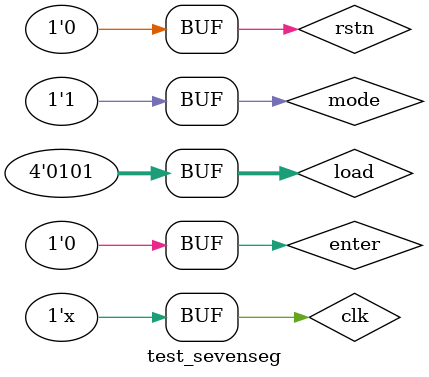
<source format=v>
`timescale 1ns / 1ps


module test_sevenseg;

	// Inputs
	reg clk;
	reg [3:0] load;
	reg rstn;
	reg mode;
	reg enter;

	// Outputs
	wire [6:0] OUT;
	always #10 clk = ~clk;
	
	

	// Instantiate the Unit Under Test (UUT)
	bcd_counter uut (
		.clk(clk), 
		.load(load), 
		.rstn(rstn), 
		.mode(mode), 
		.OUT(OUT), 
		.enter(enter)
	);

	initial begin
		// Initialize Inputs
		clk = 0;
		load = 0;
		rstn = 0;
		mode = 0;
		enter = 0;

		// Wait 100 ns for global reset to finish
		#100;
        #100;
		enter =1;
		#30;
		enter = 0;
      #80;
		mode =1;
		#80;
		load = 4'b0101;
		enter = 1;
		#20;
		enter = 0;
		// Add stimulus here

	end
      
endmodule


</source>
